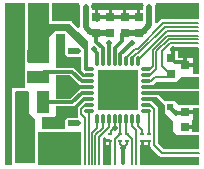
<source format=gtl>
G04*
G04 #@! TF.GenerationSoftware,Altium Limited,Altium Designer,25.5.2 (35)*
G04*
G04 Layer_Physical_Order=1*
G04 Layer_Color=5124078*
%FSLAX24Y24*%
%MOIN*%
G70*
G04*
G04 #@! TF.SameCoordinates,EDCD3BFB-4CC2-4931-B7ED-63257E98AB5E*
G04*
G04*
G04 #@! TF.FilePolarity,Positive*
G04*
G01*
G75*
%ADD12C,0.0079*%
%ADD13C,0.0059*%
%ADD16R,0.0236X0.0197*%
%ADD17R,0.0295X0.0315*%
%ADD18R,0.0197X0.0236*%
%ADD19R,0.0315X0.0295*%
%ADD20R,0.0445X0.0717*%
%ADD21R,0.0717X0.0445*%
%ADD22R,0.0118X0.0106*%
%ADD23O,0.0118X0.0335*%
%ADD24R,0.1378X0.1378*%
%ADD25O,0.0335X0.0118*%
%ADD37C,0.0060*%
%ADD38C,0.0118*%
%ADD39C,0.0197*%
%ADD40R,0.0160X0.0060*%
%ADD41C,0.0197*%
%ADD42C,0.0240*%
G36*
X857Y2869D02*
X872Y2840D01*
X869Y2830D01*
X865Y2808D01*
X864Y2785D01*
Y2679D01*
X759D01*
Y2431D01*
X659D01*
Y2679D01*
X286D01*
Y2431D01*
X186D01*
Y2679D01*
X-186D01*
Y2431D01*
X-286D01*
Y2679D01*
X-659D01*
Y2431D01*
X-759D01*
Y2679D01*
X-864D01*
Y2785D01*
X-865Y2808D01*
X-869Y2830D01*
X-872Y2840D01*
X-857Y2869D01*
X-838Y2889D01*
X838D01*
X857Y2869D01*
D02*
G37*
G36*
X2731Y2415D02*
X2721Y2401D01*
X2682Y2374D01*
X1522D01*
X1504Y2373D01*
X1486Y2369D01*
X1468Y2363D01*
X1452Y2355D01*
X1437Y2345D01*
X1423Y2333D01*
X1311Y2221D01*
X1262Y2241D01*
Y2785D01*
X1260Y2808D01*
X1257Y2830D01*
X1254Y2840D01*
X1269Y2869D01*
X1288Y2889D01*
X2731D01*
Y2415D01*
D02*
G37*
G36*
X-1269Y2869D02*
X-1254Y2840D01*
X-1257Y2830D01*
X-1260Y2808D01*
X-1262Y2785D01*
Y2103D01*
X-1301Y2083D01*
X-1311Y2083D01*
X-1504Y2276D01*
X-1516Y2286D01*
X-1529Y2294D01*
X-1544Y2300D01*
X-1559Y2304D01*
X-1575Y2305D01*
X-2173D01*
Y2889D01*
X-1288D01*
X-1269Y2869D01*
D02*
G37*
G36*
X-2274Y2205D02*
X-1575D01*
X-1043Y1673D01*
Y1329D01*
X-1093D01*
X-1732Y1969D01*
X-2077D01*
X-2274Y1772D01*
Y1550D01*
Y915D01*
X-2996D01*
Y1550D01*
Y1906D01*
Y2889D01*
X-2274D01*
Y2205D01*
D02*
G37*
G36*
X2721Y1418D02*
X2731Y1404D01*
Y543D01*
X2534D01*
X2502Y579D01*
Y777D01*
X2244D01*
Y827D01*
X2194D01*
Y1074D01*
X2029D01*
Y1320D01*
X1759D01*
X1741Y1366D01*
X1820Y1445D01*
X2682D01*
X2721Y1418D01*
D02*
G37*
G36*
X-1752Y1201D02*
X-1663Y1112D01*
X-1211D01*
Y659D01*
X-1102Y551D01*
X-965D01*
Y433D01*
X-1161Y433D01*
X-1457Y728D01*
X-2057D01*
X-2057Y1112D01*
X-2057D01*
Y1870D01*
X-1752D01*
Y1201D01*
D02*
G37*
G36*
X2731Y39D02*
X974D01*
Y157D01*
X1171D01*
X1299Y285D01*
X1949D01*
X2106Y443D01*
X2731D01*
Y39D01*
D02*
G37*
G36*
X-1575Y492D02*
X-1240Y157D01*
X-1240Y39D01*
X-1575Y-295D01*
X-2057D01*
Y492D01*
X-1575Y492D01*
D02*
G37*
G36*
X2731Y-502D02*
X2037D01*
X1900Y-364D01*
X1575D01*
X1368Y-157D01*
X965D01*
Y-39D01*
X2731D01*
Y-502D01*
D02*
G37*
G36*
X-965Y-236D02*
Y-354D01*
X-1102D01*
X-1309Y-561D01*
Y-915D01*
X-1663D01*
X-1752Y-1004D01*
Y-1280D01*
X-2530D01*
Y-896D01*
X-2126D01*
X-2057Y-827D01*
Y-531D01*
X-1457D01*
X-1161Y-236D01*
X-965Y-236D01*
D02*
G37*
G36*
X2731Y-1386D02*
X2492Y-1386D01*
Y-1270D01*
X2244D01*
Y-1170D01*
X2492D01*
Y-986D01*
X2502D01*
Y-788D01*
X2244D01*
Y-688D01*
X2502D01*
Y-602D01*
X2731D01*
Y-1386D01*
D02*
G37*
G36*
X1575Y-492D02*
Y-778D01*
X1860Y-1063D01*
Y-1368D01*
X1978Y-1486D01*
X2731Y-1486D01*
Y-1969D01*
X1545D01*
X1339Y-1762D01*
Y-571D01*
X1122Y-354D01*
X974D01*
Y-236D01*
X1319D01*
X1575Y-492D01*
D02*
G37*
G36*
X-2961Y-770D02*
X-2766Y-965D01*
Y-1277D01*
Y-2441D01*
X-3406D01*
Y-1161D01*
Y-48D01*
X-2961D01*
Y-770D01*
D02*
G37*
G36*
X877Y-1840D02*
X1091D01*
X1092Y-1848D01*
X1095Y-1864D01*
X1101Y-1880D01*
X1108Y-1896D01*
X1117Y-1910D01*
X1129Y-1922D01*
X1394Y-2188D01*
X1407Y-2199D01*
X1421Y-2209D01*
X1437Y-2216D01*
X1453Y-2222D01*
X1469Y-2225D01*
X1486Y-2226D01*
X2707D01*
X2731Y-2272D01*
Y-2495D01*
X805D01*
X797Y-2492D01*
X760Y-2461D01*
Y-1840D01*
X777D01*
Y-1687D01*
X877D01*
Y-1840D01*
D02*
G37*
G36*
X-395Y-1588D02*
Y-1637D01*
X-236D01*
Y-1737D01*
X-395D01*
Y-1840D01*
X-209D01*
Y-2461D01*
X-246Y-2492D01*
X-254Y-2495D01*
X-455D01*
X-463Y-2492D01*
X-500Y-2460D01*
Y-1629D01*
X-441Y-1569D01*
X-395Y-1588D01*
D02*
G37*
G36*
X-1222Y-2461D02*
X-1259Y-2492D01*
X-1268Y-2495D01*
X-2627D01*
X-2635Y-2491D01*
X-2649Y-2476D01*
X-2666Y-2446D01*
X-2665Y-2441D01*
Y-1380D01*
X-1222D01*
Y-2461D01*
D02*
G37*
G36*
X-3096Y1906D02*
Y1550D01*
Y915D01*
X-3096Y911D01*
Y823D01*
Y55D01*
X-3506D01*
Y-44D01*
X-3506Y-48D01*
Y-965D01*
Y-1161D01*
Y-2441D01*
X-3505Y-2446D01*
X-3522Y-2476D01*
X-3536Y-2491D01*
X-3545Y-2495D01*
X-3755D01*
Y2889D01*
X-3096D01*
Y1906D01*
D02*
G37*
%LPC*%
G36*
X2502Y1074D02*
X2294D01*
Y877D01*
X2502D01*
Y1074D01*
D02*
G37*
%LPD*%
D12*
X965Y295D02*
X972Y303D01*
X1240Y433D02*
X1821D01*
X1110Y303D02*
X1240Y433D01*
X972Y303D02*
X1110D01*
X736Y1080D02*
X1634Y1978D01*
X2682D01*
X666Y1378D02*
X1522Y2234D01*
X1486Y1309D02*
X1762Y1585D01*
X2682D01*
X1575Y2106D02*
X2682D01*
X699Y1230D02*
X1575Y2106D01*
X1522Y2234D02*
X2682D01*
X1486Y817D02*
Y1309D01*
Y817D02*
X1762Y541D01*
X1772D01*
X689Y1062D02*
X707Y1080D01*
X689Y965D02*
Y1062D01*
X707Y1080D02*
X736D01*
X638Y1230D02*
X699D01*
X588Y1378D02*
X666D01*
X344Y1134D02*
X588Y1378D01*
X541Y1134D02*
X638Y1230D01*
X492Y1083D02*
X541Y1133D01*
Y1134D01*
X492Y965D02*
Y1083D01*
X295D02*
X344Y1133D01*
X295Y965D02*
Y1083D01*
X344Y1133D02*
Y1134D01*
X-256Y-1825D02*
Y-1699D01*
X-344Y-1945D02*
Y-1913D01*
X-256Y-1699D02*
X-247Y-1690D01*
X-344Y-1913D02*
X-256Y-1825D01*
X962Y-1945D02*
X1063Y-1844D01*
Y-1687D01*
X945Y-1945D02*
X962D01*
X-111Y-1260D02*
X-98D01*
X-217Y-1365D02*
X-111Y-1260D01*
X-230Y-1463D02*
X-217Y-1449D01*
X-236Y-1463D02*
X-230D01*
X-217Y-1449D02*
Y-1365D01*
X-98Y-1260D02*
Y-1181D01*
X827Y-1687D02*
X1018D01*
X-98Y-1181D02*
Y-965D01*
X-98Y-1181D02*
X-98Y-1181D01*
D13*
X-1089Y-492D02*
X-965D01*
X-1118Y-522D02*
X-1089Y-492D01*
X-1122Y-522D02*
X-1118D01*
X-1222Y-621D02*
X-1122Y-522D01*
X-1222Y-805D02*
Y-621D01*
Y-805D02*
X-1093Y-934D01*
Y-2461D02*
Y-934D01*
X-955Y-2460D02*
Y-699D01*
X1486Y-2096D02*
X2707D01*
X1220Y-1831D02*
X1486Y-2096D01*
X1181Y1329D02*
X1663Y1811D01*
X1713Y1703D02*
X2682D01*
X1299Y1289D02*
X1713Y1703D01*
X1663Y1811D02*
X2682D01*
X1299Y698D02*
Y1289D01*
X1181Y797D02*
Y1329D01*
X-965Y-689D02*
X-955Y-699D01*
X-738Y-1508D02*
X-492Y-1262D01*
X-630Y-2460D02*
Y-1575D01*
X-846Y-1427D02*
X-690Y-1271D01*
X-738Y-2460D02*
Y-1508D01*
X-630Y-1575D02*
X-295Y-1240D01*
X-846Y-2460D02*
Y-1427D01*
X1220Y-1831D02*
Y-626D01*
X-690Y-1271D02*
Y-966D01*
X-492Y-1262D02*
Y-965D01*
X-295Y-1240D02*
Y-965D01*
X-1087Y-689D02*
X-1016D01*
X-1043Y-716D02*
X-1016Y-689D01*
X1123Y522D02*
X1299Y698D01*
X1073Y689D02*
X1181Y797D01*
X965Y689D02*
X1073D01*
X1089Y492D02*
X1118Y522D01*
X965Y492D02*
X1089D01*
X1118Y522D02*
X1123D01*
X49Y-1486D02*
X87Y-1449D01*
X79Y-1806D02*
Y-1687D01*
Y-1806D02*
X177Y-1904D01*
X197Y-1929D02*
Y-1884D01*
X315Y-1811D02*
Y-1687D01*
X197Y-1929D02*
X315Y-1811D01*
X492Y-1201D02*
Y-965D01*
Y-1201D02*
X630Y-1339D01*
Y-2461D02*
Y-1339D01*
X-79Y-2461D02*
Y-1621D01*
X49Y-1493D01*
X344Y-1492D02*
X472Y-1620D01*
Y-2461D02*
Y-1620D01*
X315Y-1463D02*
X321D01*
X344Y-1486D01*
Y-1492D02*
Y-1486D01*
X87Y-1449D02*
X98D01*
X49Y-1493D02*
Y-1486D01*
X98Y-1449D02*
Y-965D01*
X295Y-1443D02*
X315Y-1463D01*
X295Y-1443D02*
Y-965D01*
X689Y-1201D02*
X827Y-1339D01*
X689Y-1201D02*
Y-965D01*
X827Y-1451D02*
Y-1339D01*
X1036Y-689D02*
X1063Y-716D01*
Y-1463D02*
Y-716D01*
X965Y-689D02*
X1036D01*
X1087Y-492D02*
X1220Y-626D01*
X965Y-492D02*
X1087D01*
X-690Y-966D02*
X-689Y-965D01*
D16*
X-1545Y1299D02*
D03*
X-1939D02*
D03*
Y-1102D02*
D03*
X-1545D02*
D03*
D17*
X-1900Y1713D02*
D03*
X-2431D02*
D03*
X-2913Y-1122D02*
D03*
X-2382D02*
D03*
X1713Y-1220D02*
D03*
X2244D02*
D03*
D18*
X1752Y-167D02*
D03*
Y-561D02*
D03*
D19*
X1772Y541D02*
D03*
Y1073D02*
D03*
X-709Y1900D02*
D03*
Y2431D02*
D03*
X-236Y1900D02*
D03*
Y2431D02*
D03*
X236Y1900D02*
D03*
Y2431D02*
D03*
X709Y1900D02*
D03*
Y2431D02*
D03*
X2244Y-207D02*
D03*
Y-738D02*
D03*
X-1900Y-148D02*
D03*
Y-679D02*
D03*
Y344D02*
D03*
Y876D02*
D03*
X2244Y295D02*
D03*
Y827D02*
D03*
D20*
X-2486Y-404D02*
D03*
X-3183D02*
D03*
D21*
X-2638Y449D02*
D03*
Y1146D02*
D03*
D22*
X-236Y-1687D02*
D03*
Y-1463D02*
D03*
X315Y-1463D02*
D03*
Y-1687D02*
D03*
X79Y-1463D02*
D03*
Y-1687D02*
D03*
X1063D02*
D03*
Y-1463D02*
D03*
X827D02*
D03*
Y-1687D02*
D03*
D23*
X98Y965D02*
D03*
X-295D02*
D03*
X-689Y-965D02*
D03*
X-492D02*
D03*
X-295D02*
D03*
X-98D02*
D03*
X98D02*
D03*
X295D02*
D03*
X492D02*
D03*
X689D02*
D03*
Y965D02*
D03*
X492D02*
D03*
X295D02*
D03*
X-98D02*
D03*
X-492D02*
D03*
X-689D02*
D03*
D24*
X-0Y0D02*
D03*
D25*
X-965Y689D02*
D03*
Y492D02*
D03*
Y295D02*
D03*
Y98D02*
D03*
Y-98D02*
D03*
Y-295D02*
D03*
Y-492D02*
D03*
Y-689D02*
D03*
X965D02*
D03*
Y-492D02*
D03*
Y-295D02*
D03*
Y-98D02*
D03*
Y98D02*
D03*
Y295D02*
D03*
Y492D02*
D03*
Y689D02*
D03*
D37*
X-1779Y876D02*
D03*
X-1619D02*
D03*
X-1779Y-679D02*
D03*
X-1619D02*
D03*
D38*
X-787Y1347D02*
X-689Y1248D01*
X-787Y1347D02*
Y1368D01*
X-689Y965D02*
Y1248D01*
X-1063Y689D02*
Y1611D01*
X-1320Y1868D02*
X-1063Y1611D01*
Y689D02*
X-965D01*
X2244Y827D02*
X2589D01*
X1752Y-581D02*
X1939Y-768D01*
X1752Y-581D02*
Y-561D01*
X1964Y-753D02*
X2244D01*
X-2486Y-413D02*
Y-404D01*
X-1073Y-98D02*
X-965D01*
X-1073Y-98D02*
X-1073Y-98D01*
X-1191Y-98D02*
X-1073D01*
X-1506Y-413D02*
X-1191Y-98D01*
X-2486Y-413D02*
X-1506D01*
X1835Y1137D02*
Y1343D01*
X1772Y1073D02*
X1835Y1137D01*
Y1343D02*
X1850Y1358D01*
X1909Y925D02*
Y945D01*
X1781Y1073D02*
X1909Y945D01*
X1772Y1073D02*
X1781D01*
X1909Y925D02*
X2244D01*
Y1230D01*
X98Y965D02*
Y1201D01*
X472Y1575D01*
X-1417Y98D02*
X-1417Y98D01*
X-965D01*
X-1506Y610D02*
X-1191Y295D01*
X-1073D02*
X-1073Y295D01*
X-2457Y610D02*
X-1506D01*
X-1073Y295D02*
X-965D01*
X-1191Y295D02*
X-1073D01*
X-2638Y449D02*
X-2618D01*
X-2457Y610D01*
X2244Y-753D02*
X2251Y-746D01*
Y-1228D02*
X2581D01*
X2251Y-746D02*
X2581D01*
X2589Y-753D01*
X-709Y1614D02*
Y1900D01*
Y1614D02*
X-492Y1398D01*
Y965D02*
Y1398D01*
X-295Y1575D02*
X-295Y1575D01*
X-295Y965D02*
Y1575D01*
X1880Y98D02*
X2056Y274D01*
X1373Y98D02*
X1880D01*
X2095Y274D02*
X2183D01*
X965Y98D02*
X1373D01*
X1373Y98D01*
X165Y1651D02*
Y1838D01*
X177Y1850D01*
X-98Y1388D02*
X165Y1651D01*
X-98Y965D02*
Y1388D01*
X-709Y2362D02*
X-699Y2352D01*
X197Y-2434D02*
Y-1929D01*
X-709Y2431D02*
X236D01*
X709D01*
D39*
X-1545Y-1102D02*
X-1309D01*
X-1545Y1299D02*
X-1309D01*
X758Y1949D02*
X837D01*
X1063Y2175D02*
Y2785D01*
X837Y1949D02*
X1063Y2175D01*
X-1063Y2087D02*
X-925Y1949D01*
X-1063Y2087D02*
Y2785D01*
X236Y1900D02*
X709D01*
X758Y1949D01*
X-925D02*
X-758D01*
X-709Y1900D01*
X-236D01*
X226D02*
X236D01*
X177Y1850D02*
X226Y1900D01*
D40*
X-1700Y876D02*
D03*
X-1699Y-679D02*
D03*
D41*
X-1339Y-1535D02*
D03*
Y-2362D02*
D03*
X-2480Y-1535D02*
D03*
X-2047Y2441D02*
D03*
X-1378D02*
D03*
Y2756D02*
D03*
X-2047D02*
D03*
X-128Y2785D02*
D03*
X128D02*
D03*
X-787Y1368D02*
D03*
X-1939Y-915D02*
D03*
X-1619Y-679D02*
D03*
X-1309Y-1102D02*
D03*
X-1939Y1112D02*
D03*
X-1309Y1299D02*
D03*
X-1619Y876D02*
D03*
X1969Y-167D02*
D03*
X1959Y-748D02*
D03*
X-3228Y-1093D02*
D03*
X1850Y1358D02*
D03*
X2244Y1230D02*
D03*
X472Y1575D02*
D03*
X-1417Y98D02*
D03*
X-1900Y98D02*
D03*
X-1619Y-138D02*
D03*
Y335D02*
D03*
X1535Y-167D02*
D03*
X2589Y-1235D02*
D03*
Y-753D02*
D03*
Y827D02*
D03*
X945Y-2362D02*
D03*
X1850D02*
D03*
X2598Y-2362D02*
D03*
X-2480D02*
D03*
X-3622Y-2362D02*
D03*
X-295Y1575D02*
D03*
X-768Y2785D02*
D03*
X758D02*
D03*
X-344Y-1945D02*
D03*
X945D02*
D03*
X197Y-1929D02*
D03*
X-98Y-1260D02*
D03*
X-3622Y-1516D02*
D03*
Y2756D02*
D03*
X1378D02*
D03*
X-3622Y1870D02*
D03*
Y1024D02*
D03*
X2598Y2756D02*
D03*
X-3622Y-945D02*
D03*
Y177D02*
D03*
D42*
X472Y472D02*
D03*
Y0D02*
D03*
Y-472D02*
D03*
X0D02*
D03*
X-472D02*
D03*
Y0D02*
D03*
Y472D02*
D03*
X0D02*
D03*
Y0D02*
D03*
M02*

</source>
